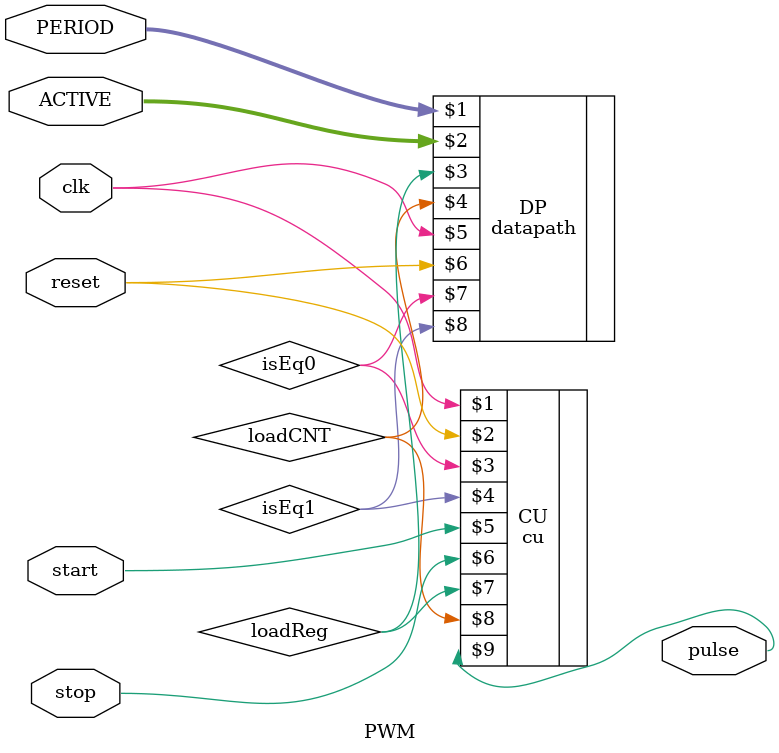
<source format=v>
module PWM(
	input start, stop, clk, reset,
	input [15:0]PERIOD, ACTIVE,
	output pulse
	);
	
	wire loadReg, loadCNT, isEq0, isEq1;
	
	datapath DP(PERIOD, ACTIVE, loadReg, loadCNT, clk, reset, isEq0, isEq1);
	cu	CU(clk, reset, isEq0, isEq1, start, stop, loadReg, loadCNT, pulse);
	
endmodule
//failed in wv8 because the counter doesn't load with correct value but loads with 0.
//Also, the registers get loaded only for one cycle then they become 0.
//Reason: in cu state0, we keep loading the registers all the time, so if it loads with 10 and then you make the 10 to zero it will load zero in next cycly
// Edits: keep the value of regs and don't change it in simulation until the start comes
// Changed S2 to set CNTload to true if going to 3 and in 3 we make it 0.
//
</source>
